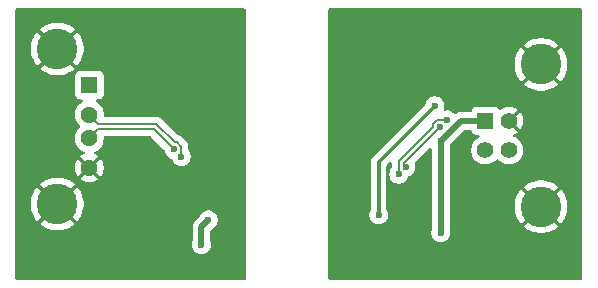
<source format=gbr>
%TF.GenerationSoftware,KiCad,Pcbnew,9.0.0*%
%TF.CreationDate,2025-03-18T13:10:11-04:00*%
%TF.ProjectId,Tarea_2_Aislador_USB,54617265-615f-4325-9f41-69736c61646f,rev?*%
%TF.SameCoordinates,Original*%
%TF.FileFunction,Copper,L2,Bot*%
%TF.FilePolarity,Positive*%
%FSLAX46Y46*%
G04 Gerber Fmt 4.6, Leading zero omitted, Abs format (unit mm)*
G04 Created by KiCad (PCBNEW 9.0.0) date 2025-03-18 13:10:11*
%MOMM*%
%LPD*%
G01*
G04 APERTURE LIST*
%TA.AperFunction,ComponentPad*%
%ADD10R,1.400000X1.400000*%
%TD*%
%TA.AperFunction,ComponentPad*%
%ADD11C,1.400000*%
%TD*%
%TA.AperFunction,ComponentPad*%
%ADD12C,3.450000*%
%TD*%
%TA.AperFunction,ComponentPad*%
%ADD13R,1.431000X1.431000*%
%TD*%
%TA.AperFunction,ComponentPad*%
%ADD14C,1.431000*%
%TD*%
%TA.AperFunction,ViaPad*%
%ADD15C,0.600000*%
%TD*%
%TA.AperFunction,ViaPad*%
%ADD16C,0.400000*%
%TD*%
%TA.AperFunction,Conductor*%
%ADD17C,0.508000*%
%TD*%
%TA.AperFunction,Conductor*%
%ADD18C,0.300000*%
%TD*%
%TA.AperFunction,Conductor*%
%ADD19C,0.200000*%
%TD*%
G04 APERTURE END LIST*
D10*
%TO.P,J2,1,1*%
%TO.N,VISO*%
X146800000Y-75020000D03*
D11*
%TO.P,J2,2,2*%
%TO.N,/USB_-_21*%
X146800000Y-77520000D03*
%TO.P,J2,3,3*%
%TO.N,/USB_+_21*%
X148800000Y-77520000D03*
%TO.P,J2,4,4*%
%TO.N,GND_B*%
X148800000Y-75020000D03*
D12*
%TO.P,J2,MH1,MH1*%
X151500000Y-70250000D03*
%TO.P,J2,MH2,MH2*%
X151500000Y-82290000D03*
%TD*%
D13*
%TO.P,J1,1,1*%
%TO.N,+5V*%
X113250000Y-72000000D03*
D14*
%TO.P,J1,2,2*%
%TO.N,/USB_-_11*%
X113250000Y-74500000D03*
%TO.P,J1,3,3*%
%TO.N,/USB_+_11*%
X113250000Y-76500000D03*
%TO.P,J1,4,4*%
%TO.N,GND_A*%
X113250000Y-79000000D03*
D12*
%TO.P,J1,MH1,MH1*%
X110540000Y-68930000D03*
%TO.P,J1,MH2,MH2*%
X110540000Y-82070000D03*
%TD*%
D15*
%TO.N,+5V*%
X123333364Y-83416636D03*
X122750000Y-85500000D03*
D16*
%TO.N,GND_A*%
X123400000Y-87400000D03*
X123400000Y-76300000D03*
X123500000Y-66900000D03*
D15*
X120250000Y-69000000D03*
D16*
X123700000Y-79800000D03*
%TO.N,GND_B*%
X136100000Y-76900000D03*
X136400000Y-67700000D03*
X136400000Y-79600000D03*
X136800000Y-87500000D03*
D15*
%TO.N,VISO*%
X143000000Y-76750000D03*
X143000000Y-84500000D03*
%TO.N,Net-(IC3-PIN)*%
X142500000Y-73750000D03*
X137750000Y-83000000D03*
%TO.N,/USB_+_11*%
X120449479Y-77449479D03*
%TO.N,/USB_+_21*%
X142949479Y-75550521D03*
X140050521Y-78949479D03*
%TO.N,/USB_-_21*%
X143550521Y-74949479D03*
X139449479Y-79550521D03*
%TO.N,/USB_-_11*%
X121050521Y-78050521D03*
%TD*%
D17*
%TO.N,+5V*%
X122750000Y-85500000D02*
X122750000Y-84000000D01*
X122750000Y-84000000D02*
X123333364Y-83416636D01*
%TO.N,VISO*%
X143000000Y-84500000D02*
X143000000Y-76750000D01*
X143000000Y-76750000D02*
X144730000Y-75020000D01*
X144730000Y-75020000D02*
X146800000Y-75020000D01*
D18*
%TO.N,Net-(IC3-PIN)*%
X142500000Y-73750000D02*
X137750000Y-78500000D01*
X137750000Y-78500000D02*
X137750000Y-83000000D01*
D19*
%TO.N,/USB_+_11*%
X120449479Y-77449479D02*
X118725001Y-75725001D01*
X118725001Y-75725001D02*
X114024999Y-75725001D01*
X114024999Y-75725001D02*
X113250000Y-76500000D01*
%TO.N,/USB_+_21*%
X139899480Y-78600520D02*
X142949479Y-75550521D01*
X140050521Y-78949479D02*
X139899480Y-78798438D01*
X139899480Y-78798438D02*
X139899480Y-78600520D01*
%TO.N,/USB_-_21*%
X142348479Y-75301578D02*
X142700536Y-74949521D01*
X139449479Y-78414125D02*
X142348479Y-75515125D01*
X142700536Y-74949521D02*
X142914083Y-74949521D01*
X142914083Y-74949521D02*
X142914125Y-74949479D01*
X142914125Y-74949479D02*
X143550521Y-74949479D01*
X139449479Y-79550521D02*
X139449479Y-78414125D01*
X142348479Y-75515125D02*
X142348479Y-75301578D01*
%TO.N,/USB_-_11*%
X114024999Y-75274999D02*
X113250000Y-74500000D01*
X121050521Y-78050521D02*
X121050521Y-77414125D01*
X120698422Y-76848479D02*
X120484875Y-76848479D01*
X121050521Y-77414125D02*
X121050479Y-77414083D01*
X120484875Y-76848479D02*
X118911395Y-75274999D01*
X121050479Y-77200536D02*
X120698422Y-76848479D01*
X121050479Y-77414083D02*
X121050479Y-77200536D01*
X118911395Y-75274999D02*
X114024999Y-75274999D01*
%TD*%
%TA.AperFunction,Conductor*%
%TO.N,GND_A*%
G36*
X126443039Y-65520185D02*
G01*
X126488794Y-65572989D01*
X126500000Y-65624500D01*
X126500000Y-88375500D01*
X126480315Y-88442539D01*
X126427511Y-88488294D01*
X126376000Y-88499500D01*
X107124000Y-88499500D01*
X107056961Y-88479815D01*
X107011206Y-88427011D01*
X107000000Y-88375500D01*
X107000000Y-85421158D01*
X121949500Y-85421158D01*
X121949500Y-85428484D01*
X121949500Y-85578846D01*
X121980261Y-85733489D01*
X121980264Y-85733501D01*
X122040602Y-85879172D01*
X122040609Y-85879185D01*
X122128210Y-86010288D01*
X122128213Y-86010292D01*
X122239707Y-86121786D01*
X122239711Y-86121789D01*
X122370814Y-86209390D01*
X122370827Y-86209397D01*
X122516498Y-86269735D01*
X122516503Y-86269737D01*
X122671153Y-86300499D01*
X122671156Y-86300500D01*
X122671158Y-86300500D01*
X122828844Y-86300500D01*
X122828845Y-86300499D01*
X122983497Y-86269737D01*
X123129179Y-86209394D01*
X123260289Y-86121789D01*
X123371789Y-86010289D01*
X123459394Y-85879179D01*
X123519737Y-85733497D01*
X123550500Y-85578842D01*
X123550500Y-85421158D01*
X123550500Y-85421155D01*
X123550499Y-85421153D01*
X123519739Y-85266511D01*
X123519738Y-85266508D01*
X123519737Y-85266503D01*
X123513937Y-85252501D01*
X123504500Y-85205053D01*
X123504500Y-84363885D01*
X123513144Y-84334444D01*
X123519668Y-84304458D01*
X123523422Y-84299442D01*
X123524185Y-84296846D01*
X123540815Y-84276208D01*
X123658315Y-84158707D01*
X123698546Y-84131827D01*
X123712543Y-84126030D01*
X123843653Y-84038425D01*
X123955153Y-83926925D01*
X124042758Y-83795815D01*
X124049342Y-83779921D01*
X124103099Y-83650137D01*
X124103101Y-83650133D01*
X124133864Y-83495478D01*
X124133864Y-83337794D01*
X124133864Y-83337791D01*
X124133863Y-83337789D01*
X124110433Y-83220000D01*
X124103101Y-83183139D01*
X124057995Y-83074242D01*
X124042761Y-83037463D01*
X124042754Y-83037450D01*
X123955153Y-82906347D01*
X123955150Y-82906343D01*
X123843656Y-82794849D01*
X123843652Y-82794846D01*
X123712549Y-82707245D01*
X123712536Y-82707238D01*
X123566865Y-82646900D01*
X123566853Y-82646897D01*
X123412209Y-82616136D01*
X123412206Y-82616136D01*
X123254522Y-82616136D01*
X123254519Y-82616136D01*
X123099874Y-82646897D01*
X123099862Y-82646900D01*
X122954191Y-82707238D01*
X122954178Y-82707245D01*
X122823075Y-82794846D01*
X122823071Y-82794849D01*
X122711577Y-82906343D01*
X122711574Y-82906347D01*
X122623973Y-83037450D01*
X122623968Y-83037459D01*
X122618170Y-83051458D01*
X122591291Y-83091683D01*
X122163943Y-83519030D01*
X122163942Y-83519031D01*
X122081368Y-83642614D01*
X122048053Y-83723045D01*
X122026938Y-83774022D01*
X122026938Y-83774023D01*
X122024496Y-83779917D01*
X122024492Y-83779929D01*
X121995499Y-83925685D01*
X121995499Y-84080425D01*
X121995500Y-84080446D01*
X121995500Y-85205053D01*
X121994021Y-85212484D01*
X121992628Y-85231584D01*
X121990272Y-85242336D01*
X121980263Y-85266503D01*
X121949500Y-85421158D01*
X107000000Y-85421158D01*
X107000000Y-81924172D01*
X108315000Y-81924172D01*
X108315000Y-82215827D01*
X108315001Y-82215844D01*
X108353069Y-82505003D01*
X108428562Y-82786744D01*
X108540171Y-83056195D01*
X108540179Y-83056211D01*
X108686006Y-83308788D01*
X108686017Y-83308804D01*
X108861009Y-83536857D01*
X109627423Y-82770443D01*
X109662829Y-82819175D01*
X109790825Y-82947171D01*
X109839555Y-82982575D01*
X109073141Y-83748989D01*
X109301203Y-83923987D01*
X109301211Y-83923993D01*
X109553788Y-84069820D01*
X109553804Y-84069828D01*
X109823255Y-84181437D01*
X110104996Y-84256930D01*
X110394155Y-84294998D01*
X110394173Y-84295000D01*
X110685827Y-84295000D01*
X110685844Y-84294998D01*
X110975003Y-84256930D01*
X111256744Y-84181437D01*
X111526195Y-84069828D01*
X111526211Y-84069820D01*
X111778788Y-83923993D01*
X111778796Y-83923987D01*
X112006857Y-83748989D01*
X111240443Y-82982575D01*
X111289175Y-82947171D01*
X111417171Y-82819175D01*
X111452575Y-82770443D01*
X112218989Y-83536857D01*
X112393987Y-83308796D01*
X112393993Y-83308788D01*
X112539820Y-83056211D01*
X112539828Y-83056195D01*
X112651437Y-82786744D01*
X112726930Y-82505003D01*
X112764998Y-82215844D01*
X112765000Y-82215827D01*
X112765000Y-81924172D01*
X112764998Y-81924155D01*
X112726930Y-81634996D01*
X112651437Y-81353255D01*
X112539828Y-81083804D01*
X112539820Y-81083788D01*
X112393993Y-80831211D01*
X112393987Y-80831203D01*
X112218989Y-80603141D01*
X111452575Y-81369555D01*
X111417171Y-81320825D01*
X111289175Y-81192829D01*
X111240443Y-81157423D01*
X112006857Y-80391009D01*
X112006857Y-80391008D01*
X111778804Y-80216017D01*
X111778788Y-80216006D01*
X111526211Y-80070179D01*
X111526195Y-80070171D01*
X111421411Y-80026769D01*
X111256744Y-79958562D01*
X110975003Y-79883069D01*
X110685844Y-79845001D01*
X110685827Y-79845000D01*
X110394173Y-79845000D01*
X110394155Y-79845001D01*
X110104996Y-79883069D01*
X109823255Y-79958562D01*
X109553804Y-80070171D01*
X109553788Y-80070179D01*
X109301211Y-80216006D01*
X109301195Y-80216017D01*
X109073141Y-80391008D01*
X109073141Y-80391009D01*
X109839556Y-81157424D01*
X109790825Y-81192829D01*
X109662829Y-81320825D01*
X109627424Y-81369555D01*
X108861009Y-80603141D01*
X108861008Y-80603141D01*
X108686017Y-80831195D01*
X108686006Y-80831211D01*
X108540179Y-81083788D01*
X108540171Y-81083804D01*
X108428562Y-81353255D01*
X108353069Y-81634996D01*
X108315001Y-81924155D01*
X108315000Y-81924172D01*
X107000000Y-81924172D01*
X107000000Y-71236635D01*
X112034000Y-71236635D01*
X112034000Y-72763370D01*
X112034001Y-72763376D01*
X112040408Y-72822983D01*
X112090702Y-72957828D01*
X112090706Y-72957835D01*
X112176952Y-73073044D01*
X112176955Y-73073047D01*
X112292164Y-73159293D01*
X112292171Y-73159297D01*
X112427017Y-73209591D01*
X112427016Y-73209591D01*
X112433944Y-73210335D01*
X112486627Y-73216000D01*
X112575027Y-73215999D01*
X112642063Y-73235683D01*
X112687819Y-73288486D01*
X112697763Y-73357645D01*
X112668739Y-73421201D01*
X112631324Y-73450482D01*
X112612673Y-73459985D01*
X112457835Y-73572481D01*
X112457830Y-73572485D01*
X112322485Y-73707830D01*
X112322481Y-73707835D01*
X112209986Y-73862673D01*
X112123090Y-74033215D01*
X112063941Y-74215255D01*
X112034000Y-74404299D01*
X112034000Y-74595700D01*
X112063941Y-74784744D01*
X112123090Y-74966784D01*
X112209986Y-75137326D01*
X112322481Y-75292164D01*
X112322485Y-75292169D01*
X112442635Y-75412319D01*
X112476120Y-75473642D01*
X112471136Y-75543334D01*
X112442635Y-75587681D01*
X112322485Y-75707830D01*
X112322481Y-75707835D01*
X112209986Y-75862673D01*
X112123090Y-76033215D01*
X112063941Y-76215255D01*
X112034000Y-76404299D01*
X112034000Y-76595700D01*
X112063941Y-76784744D01*
X112063942Y-76784747D01*
X112123089Y-76966782D01*
X112201912Y-77121481D01*
X112209986Y-77137326D01*
X112322481Y-77292164D01*
X112322485Y-77292169D01*
X112457830Y-77427514D01*
X112457835Y-77427518D01*
X112555141Y-77498214D01*
X112612677Y-77540016D01*
X112783218Y-77626911D01*
X112799901Y-77632331D01*
X112857575Y-77671766D01*
X112884775Y-77736124D01*
X112872863Y-77804970D01*
X112825620Y-77856448D01*
X112799906Y-77868192D01*
X112783406Y-77873553D01*
X112612935Y-77960413D01*
X112502663Y-78040529D01*
X112502662Y-78040531D01*
X113047743Y-78585611D01*
X112967554Y-78631909D01*
X112881909Y-78717554D01*
X112835611Y-78797742D01*
X112290531Y-78252662D01*
X112290529Y-78252663D01*
X112210413Y-78362935D01*
X112123553Y-78533407D01*
X112064428Y-78715373D01*
X112034500Y-78904332D01*
X112034500Y-79095667D01*
X112064428Y-79284626D01*
X112123553Y-79466592D01*
X112210411Y-79637061D01*
X112290531Y-79747335D01*
X112290532Y-79747336D01*
X112835611Y-79202256D01*
X112881909Y-79282446D01*
X112967554Y-79368091D01*
X113047743Y-79414388D01*
X112502662Y-79959467D01*
X112612938Y-80039588D01*
X112783407Y-80126446D01*
X112965373Y-80185571D01*
X113154333Y-80215500D01*
X113345667Y-80215500D01*
X113534626Y-80185571D01*
X113716592Y-80126446D01*
X113887060Y-80039589D01*
X113997335Y-79959467D01*
X113997336Y-79959467D01*
X113452256Y-79414388D01*
X113532446Y-79368091D01*
X113618091Y-79282446D01*
X113664388Y-79202257D01*
X114209467Y-79747336D01*
X114209467Y-79747335D01*
X114289589Y-79637060D01*
X114376446Y-79466592D01*
X114435571Y-79284626D01*
X114465500Y-79095667D01*
X114465500Y-78904332D01*
X114435571Y-78715373D01*
X114376446Y-78533407D01*
X114289588Y-78362938D01*
X114209467Y-78252663D01*
X114209467Y-78252662D01*
X113664387Y-78797742D01*
X113618091Y-78717554D01*
X113532446Y-78631909D01*
X113452256Y-78585611D01*
X113997336Y-78040532D01*
X113997335Y-78040531D01*
X113887061Y-77960411D01*
X113716590Y-77873551D01*
X113700095Y-77868192D01*
X113642420Y-77828754D01*
X113615223Y-77764395D01*
X113627139Y-77695549D01*
X113674384Y-77644074D01*
X113700089Y-77632334D01*
X113716782Y-77626911D01*
X113887323Y-77540016D01*
X114042171Y-77427513D01*
X114177513Y-77292171D01*
X114290016Y-77137323D01*
X114376911Y-76966782D01*
X114436058Y-76784747D01*
X114466000Y-76595701D01*
X114466000Y-76449501D01*
X114485685Y-76382462D01*
X114538489Y-76336707D01*
X114590000Y-76325501D01*
X118424904Y-76325501D01*
X118491943Y-76345186D01*
X118512585Y-76361820D01*
X119614904Y-77464139D01*
X119648389Y-77525462D01*
X119648840Y-77527628D01*
X119679740Y-77682970D01*
X119679743Y-77682980D01*
X119740081Y-77828651D01*
X119740088Y-77828664D01*
X119827689Y-77959767D01*
X119827692Y-77959771D01*
X119939186Y-78071265D01*
X119939190Y-78071268D01*
X120070293Y-78158869D01*
X120070306Y-78158876D01*
X120214350Y-78218540D01*
X120268754Y-78262380D01*
X120281459Y-78285649D01*
X120341123Y-78429693D01*
X120341130Y-78429706D01*
X120428731Y-78560809D01*
X120428734Y-78560813D01*
X120540228Y-78672307D01*
X120540232Y-78672310D01*
X120671335Y-78759911D01*
X120671348Y-78759918D01*
X120817019Y-78820256D01*
X120817024Y-78820258D01*
X120971674Y-78851020D01*
X120971677Y-78851021D01*
X120971679Y-78851021D01*
X121129365Y-78851021D01*
X121129366Y-78851020D01*
X121284018Y-78820258D01*
X121429700Y-78759915D01*
X121560810Y-78672310D01*
X121672310Y-78560810D01*
X121759915Y-78429700D01*
X121820258Y-78284018D01*
X121851021Y-78129363D01*
X121851021Y-77971679D01*
X121851021Y-77971676D01*
X121851020Y-77971674D01*
X121822572Y-77828658D01*
X121820258Y-77817024D01*
X121798459Y-77764395D01*
X121759918Y-77671348D01*
X121759911Y-77671335D01*
X121671919Y-77539646D01*
X121666273Y-77521616D01*
X121656054Y-77505725D01*
X121651593Y-77474732D01*
X121651041Y-77472968D01*
X121651021Y-77470791D01*
X121651021Y-77335068D01*
X121650981Y-77334919D01*
X121650979Y-77326669D01*
X121650980Y-77326662D01*
X121650979Y-77326633D01*
X121650979Y-77289596D01*
X121650980Y-77289583D01*
X121650980Y-77121481D01*
X121650980Y-77121479D01*
X121610056Y-76968751D01*
X121530999Y-76831820D01*
X121178943Y-76479764D01*
X121178942Y-76479763D01*
X121067138Y-76367959D01*
X120980326Y-76317839D01*
X120980326Y-76317838D01*
X120980322Y-76317837D01*
X120930207Y-76288902D01*
X120777476Y-76247977D01*
X120769419Y-76246917D01*
X120769863Y-76243541D01*
X120717933Y-76228293D01*
X120697291Y-76211659D01*
X119398985Y-74913354D01*
X119398983Y-74913351D01*
X119280112Y-74794480D01*
X119280104Y-74794474D01*
X119171523Y-74731785D01*
X119171523Y-74731786D01*
X119143178Y-74715421D01*
X119087276Y-74700442D01*
X118990452Y-74674498D01*
X118832338Y-74674498D01*
X118824742Y-74674498D01*
X118824726Y-74674499D01*
X114590000Y-74674499D01*
X114522961Y-74654814D01*
X114477206Y-74602010D01*
X114466000Y-74550499D01*
X114466000Y-74404299D01*
X114436058Y-74215255D01*
X114436058Y-74215253D01*
X114376911Y-74033218D01*
X114290016Y-73862677D01*
X114275641Y-73842892D01*
X114177518Y-73707835D01*
X114177514Y-73707830D01*
X114042169Y-73572485D01*
X114042164Y-73572481D01*
X113887326Y-73459986D01*
X113887325Y-73459985D01*
X113887323Y-73459984D01*
X113868677Y-73450483D01*
X113817882Y-73402509D01*
X113801087Y-73334688D01*
X113823624Y-73268553D01*
X113878340Y-73225102D01*
X113924972Y-73215999D01*
X114013372Y-73215999D01*
X114072983Y-73209591D01*
X114207831Y-73159296D01*
X114323046Y-73073046D01*
X114409296Y-72957831D01*
X114459591Y-72822983D01*
X114466000Y-72763373D01*
X114465999Y-71236628D01*
X114459591Y-71177017D01*
X114451379Y-71155000D01*
X114409297Y-71042171D01*
X114409293Y-71042164D01*
X114323047Y-70926955D01*
X114323044Y-70926952D01*
X114207835Y-70840706D01*
X114207828Y-70840702D01*
X114072982Y-70790408D01*
X114072983Y-70790408D01*
X114013383Y-70784001D01*
X114013381Y-70784000D01*
X114013373Y-70784000D01*
X114013364Y-70784000D01*
X112486629Y-70784000D01*
X112486623Y-70784001D01*
X112427016Y-70790408D01*
X112292171Y-70840702D01*
X112292164Y-70840706D01*
X112176955Y-70926952D01*
X112176952Y-70926955D01*
X112090706Y-71042164D01*
X112090702Y-71042171D01*
X112040408Y-71177017D01*
X112034001Y-71236616D01*
X112034001Y-71236623D01*
X112034000Y-71236635D01*
X107000000Y-71236635D01*
X107000000Y-68784172D01*
X108315000Y-68784172D01*
X108315000Y-69075827D01*
X108315001Y-69075844D01*
X108353069Y-69365003D01*
X108428562Y-69646744D01*
X108540171Y-69916195D01*
X108540179Y-69916211D01*
X108686006Y-70168788D01*
X108686017Y-70168804D01*
X108861009Y-70396857D01*
X109627423Y-69630443D01*
X109662829Y-69679175D01*
X109790825Y-69807171D01*
X109839555Y-69842575D01*
X109073141Y-70608989D01*
X109301203Y-70783987D01*
X109301211Y-70783993D01*
X109553788Y-70929820D01*
X109553804Y-70929828D01*
X109823255Y-71041437D01*
X110104996Y-71116930D01*
X110394155Y-71154998D01*
X110394173Y-71155000D01*
X110685827Y-71155000D01*
X110685844Y-71154998D01*
X110975005Y-71116930D01*
X110987669Y-71113536D01*
X110987690Y-71113531D01*
X111256744Y-71041437D01*
X111526195Y-70929828D01*
X111526211Y-70929820D01*
X111778788Y-70783993D01*
X111778796Y-70783987D01*
X112006857Y-70608989D01*
X111240443Y-69842575D01*
X111289175Y-69807171D01*
X111417171Y-69679175D01*
X111452575Y-69630443D01*
X112218989Y-70396857D01*
X112393987Y-70168796D01*
X112393993Y-70168788D01*
X112539820Y-69916211D01*
X112539828Y-69916195D01*
X112651437Y-69646744D01*
X112726930Y-69365003D01*
X112764998Y-69075844D01*
X112765000Y-69075827D01*
X112765000Y-68784172D01*
X112764998Y-68784155D01*
X112726930Y-68494996D01*
X112651437Y-68213255D01*
X112539828Y-67943804D01*
X112539820Y-67943788D01*
X112393993Y-67691211D01*
X112393987Y-67691203D01*
X112218989Y-67463141D01*
X111452575Y-68229555D01*
X111417171Y-68180825D01*
X111289175Y-68052829D01*
X111240443Y-68017423D01*
X112006857Y-67251009D01*
X112006857Y-67251008D01*
X111778804Y-67076017D01*
X111778788Y-67076006D01*
X111526211Y-66930179D01*
X111526195Y-66930171D01*
X111256744Y-66818562D01*
X110975003Y-66743069D01*
X110685844Y-66705001D01*
X110685827Y-66705000D01*
X110394173Y-66705000D01*
X110394155Y-66705001D01*
X110104996Y-66743069D01*
X109823255Y-66818562D01*
X109553804Y-66930171D01*
X109553788Y-66930179D01*
X109301211Y-67076006D01*
X109301195Y-67076017D01*
X109073141Y-67251008D01*
X109073141Y-67251009D01*
X109839556Y-68017424D01*
X109790825Y-68052829D01*
X109662829Y-68180825D01*
X109627424Y-68229555D01*
X108861009Y-67463141D01*
X108861008Y-67463141D01*
X108686017Y-67691195D01*
X108686006Y-67691211D01*
X108540179Y-67943788D01*
X108540171Y-67943804D01*
X108428562Y-68213255D01*
X108353069Y-68494996D01*
X108315001Y-68784155D01*
X108315000Y-68784172D01*
X107000000Y-68784172D01*
X107000000Y-65624500D01*
X107019685Y-65557461D01*
X107072489Y-65511706D01*
X107124000Y-65500500D01*
X126376000Y-65500500D01*
X126443039Y-65520185D01*
G37*
%TD.AperFunction*%
%TD*%
%TA.AperFunction,Conductor*%
%TO.N,GND_B*%
G36*
X154943039Y-65520185D02*
G01*
X154988794Y-65572989D01*
X155000000Y-65624500D01*
X155000000Y-88375500D01*
X154980315Y-88442539D01*
X154927511Y-88488294D01*
X154876000Y-88499500D01*
X133624000Y-88499500D01*
X133556961Y-88479815D01*
X133511206Y-88427011D01*
X133500000Y-88375500D01*
X133500000Y-82921153D01*
X136949500Y-82921153D01*
X136949500Y-83078846D01*
X136980261Y-83233489D01*
X136980264Y-83233501D01*
X137040602Y-83379172D01*
X137040609Y-83379185D01*
X137128210Y-83510288D01*
X137128213Y-83510292D01*
X137239707Y-83621786D01*
X137239711Y-83621789D01*
X137370814Y-83709390D01*
X137370827Y-83709397D01*
X137516498Y-83769735D01*
X137516503Y-83769737D01*
X137671153Y-83800499D01*
X137671156Y-83800500D01*
X137671158Y-83800500D01*
X137828844Y-83800500D01*
X137828845Y-83800499D01*
X137983497Y-83769737D01*
X138129179Y-83709394D01*
X138260289Y-83621789D01*
X138371789Y-83510289D01*
X138459394Y-83379179D01*
X138519737Y-83233497D01*
X138550500Y-83078842D01*
X138550500Y-82921158D01*
X138550500Y-82921155D01*
X138550499Y-82921153D01*
X138519738Y-82766510D01*
X138519737Y-82766503D01*
X138519735Y-82766498D01*
X138459397Y-82620828D01*
X138459396Y-82620827D01*
X138459394Y-82620821D01*
X138421396Y-82563953D01*
X138400520Y-82497276D01*
X138400500Y-82495064D01*
X138400500Y-78820807D01*
X138420185Y-78753768D01*
X138436815Y-78733130D01*
X138637299Y-78532646D01*
X138698621Y-78499162D01*
X138768313Y-78504146D01*
X138824246Y-78546018D01*
X138848663Y-78611482D01*
X138848979Y-78620328D01*
X138848979Y-78970755D01*
X138829294Y-79037794D01*
X138828081Y-79039646D01*
X138740088Y-79171335D01*
X138740081Y-79171348D01*
X138679743Y-79317019D01*
X138679740Y-79317031D01*
X138648979Y-79471674D01*
X138648979Y-79629367D01*
X138679740Y-79784010D01*
X138679743Y-79784022D01*
X138740081Y-79929693D01*
X138740088Y-79929706D01*
X138827689Y-80060809D01*
X138827692Y-80060813D01*
X138939186Y-80172307D01*
X138939190Y-80172310D01*
X139070293Y-80259911D01*
X139070306Y-80259918D01*
X139143364Y-80290179D01*
X139215982Y-80320258D01*
X139370632Y-80351020D01*
X139370635Y-80351021D01*
X139370637Y-80351021D01*
X139528323Y-80351021D01*
X139528324Y-80351020D01*
X139682976Y-80320258D01*
X139828658Y-80259915D01*
X139959768Y-80172310D01*
X140071268Y-80060810D01*
X140158873Y-79929700D01*
X140158874Y-79929697D01*
X140158876Y-79929694D01*
X140218540Y-79785649D01*
X140262380Y-79731245D01*
X140285645Y-79718541D01*
X140350611Y-79691632D01*
X140429694Y-79658876D01*
X140429697Y-79658874D01*
X140429700Y-79658873D01*
X140560810Y-79571268D01*
X140672310Y-79459768D01*
X140759915Y-79328658D01*
X140820258Y-79182976D01*
X140851021Y-79028321D01*
X140851021Y-78870637D01*
X140851021Y-78870634D01*
X140851020Y-78870632D01*
X140841109Y-78820807D01*
X140820258Y-78715982D01*
X140797191Y-78660295D01*
X140789722Y-78590828D01*
X140820996Y-78528348D01*
X140824042Y-78525191D01*
X142033820Y-77315413D01*
X142095142Y-77281930D01*
X142164834Y-77286914D01*
X142220767Y-77328786D01*
X142245184Y-77394250D01*
X142245500Y-77403096D01*
X142245500Y-84205053D01*
X142236062Y-84252501D01*
X142230263Y-84266503D01*
X142230262Y-84266506D01*
X142230260Y-84266511D01*
X142199500Y-84421153D01*
X142199500Y-84578846D01*
X142230261Y-84733489D01*
X142230264Y-84733501D01*
X142290602Y-84879172D01*
X142290609Y-84879185D01*
X142378210Y-85010288D01*
X142378213Y-85010292D01*
X142489707Y-85121786D01*
X142489711Y-85121789D01*
X142620814Y-85209390D01*
X142620827Y-85209397D01*
X142766498Y-85269735D01*
X142766503Y-85269737D01*
X142921153Y-85300499D01*
X142921156Y-85300500D01*
X142921158Y-85300500D01*
X143078844Y-85300500D01*
X143078845Y-85300499D01*
X143233497Y-85269737D01*
X143379179Y-85209394D01*
X143510289Y-85121789D01*
X143621789Y-85010289D01*
X143709394Y-84879179D01*
X143769737Y-84733497D01*
X143800500Y-84578842D01*
X143800500Y-84421158D01*
X143800500Y-84421155D01*
X143800499Y-84421153D01*
X143769739Y-84266511D01*
X143769738Y-84266508D01*
X143769737Y-84266503D01*
X143763937Y-84252501D01*
X143754500Y-84205053D01*
X143754500Y-82144172D01*
X149275000Y-82144172D01*
X149275000Y-82435827D01*
X149275001Y-82435844D01*
X149313069Y-82725003D01*
X149388562Y-83006744D01*
X149500171Y-83276195D01*
X149500179Y-83276211D01*
X149646006Y-83528788D01*
X149646017Y-83528804D01*
X149821009Y-83756857D01*
X150587423Y-82990443D01*
X150622829Y-83039175D01*
X150750825Y-83167171D01*
X150799555Y-83202575D01*
X150033141Y-83968989D01*
X150261203Y-84143987D01*
X150261211Y-84143993D01*
X150513788Y-84289820D01*
X150513804Y-84289828D01*
X150783255Y-84401437D01*
X151064996Y-84476930D01*
X151354155Y-84514998D01*
X151354173Y-84515000D01*
X151645827Y-84515000D01*
X151645844Y-84514998D01*
X151935003Y-84476930D01*
X152216744Y-84401437D01*
X152486195Y-84289828D01*
X152486211Y-84289820D01*
X152738788Y-84143993D01*
X152738796Y-84143987D01*
X152966857Y-83968989D01*
X152200443Y-83202575D01*
X152249175Y-83167171D01*
X152377171Y-83039175D01*
X152412575Y-82990443D01*
X153178989Y-83756857D01*
X153353987Y-83528796D01*
X153353993Y-83528788D01*
X153499820Y-83276211D01*
X153499828Y-83276195D01*
X153611437Y-83006744D01*
X153686930Y-82725003D01*
X153724998Y-82435844D01*
X153725000Y-82435827D01*
X153725000Y-82144172D01*
X153724998Y-82144155D01*
X153686930Y-81854996D01*
X153611437Y-81573255D01*
X153499828Y-81303804D01*
X153499820Y-81303788D01*
X153353993Y-81051211D01*
X153353987Y-81051203D01*
X153178989Y-80823141D01*
X152412575Y-81589555D01*
X152377171Y-81540825D01*
X152249175Y-81412829D01*
X152200443Y-81377423D01*
X152966857Y-80611009D01*
X152966857Y-80611008D01*
X152738804Y-80436017D01*
X152738788Y-80436006D01*
X152486211Y-80290179D01*
X152486195Y-80290171D01*
X152216744Y-80178562D01*
X151935003Y-80103069D01*
X151645844Y-80065001D01*
X151645827Y-80065000D01*
X151354173Y-80065000D01*
X151354155Y-80065001D01*
X151064996Y-80103069D01*
X150783255Y-80178562D01*
X150513804Y-80290171D01*
X150513788Y-80290179D01*
X150261211Y-80436006D01*
X150261195Y-80436017D01*
X150033141Y-80611008D01*
X150033141Y-80611009D01*
X150799556Y-81377424D01*
X150750825Y-81412829D01*
X150622829Y-81540825D01*
X150587424Y-81589556D01*
X149821009Y-80823141D01*
X149821008Y-80823141D01*
X149646017Y-81051195D01*
X149646006Y-81051211D01*
X149500179Y-81303788D01*
X149500171Y-81303804D01*
X149388562Y-81573255D01*
X149313069Y-81854996D01*
X149275001Y-82144155D01*
X149275000Y-82144172D01*
X143754500Y-82144172D01*
X143754500Y-77113886D01*
X143774185Y-77046847D01*
X143790819Y-77026205D01*
X145006205Y-75810819D01*
X145067528Y-75777334D01*
X145093886Y-75774500D01*
X145500052Y-75774500D01*
X145567091Y-75794185D01*
X145612846Y-75846989D01*
X145616234Y-75855167D01*
X145656202Y-75962328D01*
X145656206Y-75962335D01*
X145742452Y-76077544D01*
X145742455Y-76077547D01*
X145857664Y-76163793D01*
X145857671Y-76163797D01*
X145992517Y-76214091D01*
X145992516Y-76214091D01*
X145999444Y-76214835D01*
X146052127Y-76220500D01*
X146189588Y-76220499D01*
X146256625Y-76240183D01*
X146302380Y-76292987D01*
X146312324Y-76362145D01*
X146283300Y-76425701D01*
X146245882Y-76454983D01*
X146170803Y-76493238D01*
X146094364Y-76548775D01*
X146017927Y-76604310D01*
X146017925Y-76604312D01*
X146017924Y-76604312D01*
X145884312Y-76737924D01*
X145884312Y-76737925D01*
X145884310Y-76737927D01*
X145866052Y-76763057D01*
X145773240Y-76890800D01*
X145687454Y-77059163D01*
X145629059Y-77238881D01*
X145599500Y-77425513D01*
X145599500Y-77614486D01*
X145629059Y-77801118D01*
X145687454Y-77980836D01*
X145773240Y-78149199D01*
X145884310Y-78302073D01*
X146017927Y-78435690D01*
X146170801Y-78546760D01*
X146243396Y-78583749D01*
X146339163Y-78632545D01*
X146339165Y-78632545D01*
X146339168Y-78632547D01*
X146424573Y-78660297D01*
X146518881Y-78690940D01*
X146705514Y-78720500D01*
X146705519Y-78720500D01*
X146894486Y-78720500D01*
X147081118Y-78690940D01*
X147260832Y-78632547D01*
X147429199Y-78546760D01*
X147582073Y-78435690D01*
X147712319Y-78305444D01*
X147773642Y-78271959D01*
X147843334Y-78276943D01*
X147887681Y-78305444D01*
X148017927Y-78435690D01*
X148170801Y-78546760D01*
X148243396Y-78583749D01*
X148339163Y-78632545D01*
X148339165Y-78632545D01*
X148339168Y-78632547D01*
X148424573Y-78660297D01*
X148518881Y-78690940D01*
X148705514Y-78720500D01*
X148705519Y-78720500D01*
X148894486Y-78720500D01*
X149081118Y-78690940D01*
X149260832Y-78632547D01*
X149429199Y-78546760D01*
X149582073Y-78435690D01*
X149715690Y-78302073D01*
X149826760Y-78149199D01*
X149912547Y-77980832D01*
X149970940Y-77801118D01*
X150000500Y-77614486D01*
X150000500Y-77425513D01*
X149970940Y-77238881D01*
X149912545Y-77059163D01*
X149826759Y-76890800D01*
X149715690Y-76737927D01*
X149582073Y-76604310D01*
X149429199Y-76493240D01*
X149429195Y-76493238D01*
X149260836Y-76407454D01*
X149199940Y-76387668D01*
X149142265Y-76348230D01*
X149115067Y-76283871D01*
X149126982Y-76215025D01*
X149174227Y-76163549D01*
X149199942Y-76151805D01*
X149260641Y-76132083D01*
X149428940Y-76046329D01*
X149536239Y-75968373D01*
X149536240Y-75968371D01*
X148994937Y-75427068D01*
X149076306Y-75380090D01*
X149160090Y-75296306D01*
X149207068Y-75214937D01*
X149748371Y-75756240D01*
X149748373Y-75756239D01*
X149826329Y-75648940D01*
X149912085Y-75480637D01*
X149970451Y-75301002D01*
X150000000Y-75114447D01*
X150000000Y-74925552D01*
X149970451Y-74738997D01*
X149912085Y-74559362D01*
X149826333Y-74391066D01*
X149748371Y-74283759D01*
X149748370Y-74283759D01*
X149207067Y-74825061D01*
X149160090Y-74743694D01*
X149076306Y-74659910D01*
X148994935Y-74612930D01*
X149536239Y-74071627D01*
X149428933Y-73993666D01*
X149260637Y-73907914D01*
X149081002Y-73849548D01*
X148894447Y-73820000D01*
X148705553Y-73820000D01*
X148518997Y-73849548D01*
X148339362Y-73907914D01*
X148171060Y-73993669D01*
X148082021Y-74058359D01*
X148016215Y-74081838D01*
X147948161Y-74066012D01*
X147909872Y-74032353D01*
X147857546Y-73962454D01*
X147834709Y-73945358D01*
X147742335Y-73876206D01*
X147742328Y-73876202D01*
X147607482Y-73825908D01*
X147607483Y-73825908D01*
X147547883Y-73819501D01*
X147547881Y-73819500D01*
X147547873Y-73819500D01*
X147547864Y-73819500D01*
X146052129Y-73819500D01*
X146052123Y-73819501D01*
X145992516Y-73825908D01*
X145857671Y-73876202D01*
X145857664Y-73876206D01*
X145742455Y-73962452D01*
X145742452Y-73962455D01*
X145656206Y-74077664D01*
X145656202Y-74077671D01*
X145616234Y-74184833D01*
X145574363Y-74240767D01*
X145508899Y-74265184D01*
X145500052Y-74265500D01*
X144655683Y-74265500D01*
X144509927Y-74294493D01*
X144509919Y-74294495D01*
X144372611Y-74351370D01*
X144284508Y-74410238D01*
X144217830Y-74431115D01*
X144150450Y-74412630D01*
X144127937Y-74394816D01*
X144060813Y-74327692D01*
X144060809Y-74327689D01*
X143929706Y-74240088D01*
X143929693Y-74240081D01*
X143784022Y-74179743D01*
X143784010Y-74179740D01*
X143629366Y-74148979D01*
X143629363Y-74148979D01*
X143471679Y-74148979D01*
X143471674Y-74148979D01*
X143404434Y-74162354D01*
X143334842Y-74156127D01*
X143279665Y-74113264D01*
X143256421Y-74047374D01*
X143265683Y-73993283D01*
X143269737Y-73983497D01*
X143300500Y-73828842D01*
X143300500Y-73671158D01*
X143300500Y-73671155D01*
X143300499Y-73671153D01*
X143269738Y-73516510D01*
X143269738Y-73516508D01*
X143269737Y-73516503D01*
X143269735Y-73516498D01*
X143209397Y-73370827D01*
X143209390Y-73370814D01*
X143121789Y-73239711D01*
X143121786Y-73239707D01*
X143010292Y-73128213D01*
X143010288Y-73128210D01*
X142879185Y-73040609D01*
X142879172Y-73040602D01*
X142733501Y-72980264D01*
X142733489Y-72980261D01*
X142578845Y-72949500D01*
X142578842Y-72949500D01*
X142421158Y-72949500D01*
X142421155Y-72949500D01*
X142266510Y-72980261D01*
X142266498Y-72980264D01*
X142120827Y-73040602D01*
X142120814Y-73040609D01*
X141989711Y-73128210D01*
X141989707Y-73128213D01*
X141878213Y-73239707D01*
X141878210Y-73239711D01*
X141790609Y-73370814D01*
X141790602Y-73370827D01*
X141730264Y-73516498D01*
X141730261Y-73516508D01*
X141716920Y-73583579D01*
X141684535Y-73645490D01*
X141682984Y-73647068D01*
X137244726Y-78085326D01*
X137181643Y-78179739D01*
X137181641Y-78179741D01*
X137173537Y-78191868D01*
X137173534Y-78191874D01*
X137124499Y-78310255D01*
X137124497Y-78310261D01*
X137099500Y-78435928D01*
X137099500Y-82495064D01*
X137079815Y-82562103D01*
X137078603Y-82563954D01*
X137040608Y-82620817D01*
X137040602Y-82620828D01*
X136980264Y-82766498D01*
X136980261Y-82766510D01*
X136949500Y-82921153D01*
X133500000Y-82921153D01*
X133500000Y-70104172D01*
X149275000Y-70104172D01*
X149275000Y-70395827D01*
X149275001Y-70395844D01*
X149313069Y-70685003D01*
X149388562Y-70966744D01*
X149500171Y-71236195D01*
X149500179Y-71236211D01*
X149646006Y-71488788D01*
X149646017Y-71488804D01*
X149821009Y-71716857D01*
X150587423Y-70950443D01*
X150622829Y-70999175D01*
X150750825Y-71127171D01*
X150799555Y-71162575D01*
X150033141Y-71928989D01*
X150261203Y-72103987D01*
X150261211Y-72103993D01*
X150513788Y-72249820D01*
X150513804Y-72249828D01*
X150783255Y-72361437D01*
X151064996Y-72436930D01*
X151354155Y-72474998D01*
X151354173Y-72475000D01*
X151645827Y-72475000D01*
X151645844Y-72474998D01*
X151935003Y-72436930D01*
X152216744Y-72361437D01*
X152486195Y-72249828D01*
X152486211Y-72249820D01*
X152738788Y-72103993D01*
X152738796Y-72103987D01*
X152966857Y-71928989D01*
X152200443Y-71162575D01*
X152249175Y-71127171D01*
X152377171Y-70999175D01*
X152412575Y-70950443D01*
X153178989Y-71716857D01*
X153353987Y-71488796D01*
X153353993Y-71488788D01*
X153499820Y-71236211D01*
X153499828Y-71236195D01*
X153611437Y-70966744D01*
X153686930Y-70685003D01*
X153724998Y-70395844D01*
X153725000Y-70395827D01*
X153725000Y-70104172D01*
X153724998Y-70104155D01*
X153686930Y-69814996D01*
X153611437Y-69533255D01*
X153499828Y-69263804D01*
X153499820Y-69263788D01*
X153353993Y-69011211D01*
X153353987Y-69011203D01*
X153178989Y-68783141D01*
X152412575Y-69549555D01*
X152377171Y-69500825D01*
X152249175Y-69372829D01*
X152200443Y-69337423D01*
X152966857Y-68571009D01*
X152966857Y-68571008D01*
X152738804Y-68396017D01*
X152738788Y-68396006D01*
X152486211Y-68250179D01*
X152486195Y-68250171D01*
X152216744Y-68138562D01*
X151935003Y-68063069D01*
X151645844Y-68025001D01*
X151645827Y-68025000D01*
X151354173Y-68025000D01*
X151354155Y-68025001D01*
X151064996Y-68063069D01*
X150783255Y-68138562D01*
X150513804Y-68250171D01*
X150513788Y-68250179D01*
X150261211Y-68396006D01*
X150261195Y-68396017D01*
X150033141Y-68571008D01*
X150033141Y-68571009D01*
X150799556Y-69337424D01*
X150750825Y-69372829D01*
X150622829Y-69500825D01*
X150587424Y-69549556D01*
X149821009Y-68783141D01*
X149821008Y-68783141D01*
X149646017Y-69011195D01*
X149646006Y-69011211D01*
X149500179Y-69263788D01*
X149500171Y-69263804D01*
X149388562Y-69533255D01*
X149313069Y-69814996D01*
X149275001Y-70104155D01*
X149275000Y-70104172D01*
X133500000Y-70104172D01*
X133500000Y-65624500D01*
X133519685Y-65557461D01*
X133572489Y-65511706D01*
X133624000Y-65500500D01*
X154876000Y-65500500D01*
X154943039Y-65520185D01*
G37*
%TD.AperFunction*%
%TD*%
M02*

</source>
